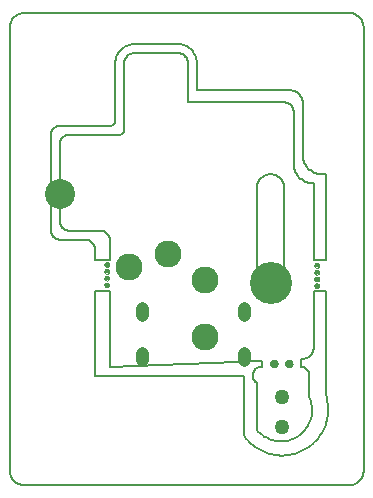
<source format=gbs>
G75*
G70*
%OFA0B0*%
%FSLAX24Y24*%
%IPPOS*%
%LPD*%
%AMOC8*
5,1,8,0,0,1.08239X$1,22.5*
%
%ADD10C,0.0050*%
%ADD11C,0.0000*%
%ADD12C,0.0250*%
%ADD13C,0.0160*%
%ADD14C,0.0004*%
%ADD15C,0.0433*%
%ADD16C,0.0900*%
%ADD17C,0.0500*%
%ADD18C,0.1000*%
%ADD19C,0.1400*%
D10*
X000500Y001000D02*
X000500Y015750D01*
X000502Y015794D01*
X000508Y015837D01*
X000517Y015879D01*
X000530Y015921D01*
X000547Y015961D01*
X000567Y016000D01*
X000590Y016037D01*
X000617Y016071D01*
X000646Y016104D01*
X000679Y016133D01*
X000713Y016160D01*
X000750Y016183D01*
X000789Y016203D01*
X000829Y016220D01*
X000871Y016233D01*
X000913Y016242D01*
X000956Y016248D01*
X001000Y016250D01*
X011800Y016250D01*
X011844Y016248D01*
X011887Y016242D01*
X011929Y016233D01*
X011971Y016220D01*
X012011Y016203D01*
X012050Y016183D01*
X012087Y016160D01*
X012121Y016133D01*
X012154Y016104D01*
X012183Y016071D01*
X012210Y016037D01*
X012233Y016000D01*
X012253Y015961D01*
X012270Y015921D01*
X012283Y015879D01*
X012292Y015837D01*
X012298Y015794D01*
X012300Y015750D01*
X012300Y001000D01*
X012298Y000956D01*
X012292Y000913D01*
X012283Y000871D01*
X012270Y000829D01*
X012253Y000789D01*
X012233Y000750D01*
X012210Y000713D01*
X012183Y000679D01*
X012154Y000646D01*
X012121Y000617D01*
X012087Y000590D01*
X012050Y000567D01*
X012011Y000547D01*
X011971Y000530D01*
X011929Y000517D01*
X011887Y000508D01*
X011844Y000502D01*
X011800Y000500D01*
X001000Y000500D01*
X000956Y000502D01*
X000913Y000508D01*
X000871Y000517D01*
X000829Y000530D01*
X000789Y000547D01*
X000750Y000567D01*
X000713Y000590D01*
X000679Y000617D01*
X000646Y000646D01*
X000617Y000679D01*
X000590Y000713D01*
X000567Y000750D01*
X000547Y000789D01*
X000530Y000829D01*
X000517Y000871D01*
X000508Y000913D01*
X000502Y000956D01*
X000500Y001000D01*
X003336Y004163D02*
X008300Y004163D01*
X008300Y002187D01*
X008750Y002337D02*
X008750Y003912D01*
X008749Y003912D02*
X008721Y003931D01*
X008695Y003952D01*
X008672Y003976D01*
X008652Y004003D01*
X008635Y004032D01*
X008621Y004063D01*
X008611Y004095D01*
X008605Y004128D01*
X008602Y004161D01*
X008603Y004195D01*
X008608Y004228D01*
X008617Y004260D01*
X008629Y004292D01*
X008645Y004321D01*
X008664Y004349D01*
X008686Y004374D01*
X008710Y004397D01*
X008738Y004417D01*
X008767Y004433D01*
X008798Y004446D01*
X008830Y004456D01*
X008863Y004462D01*
X008896Y004464D01*
X008896Y004463D02*
X008896Y004650D01*
X003836Y004463D01*
X003836Y006988D01*
X003336Y006988D01*
X003336Y004163D01*
X003336Y008022D02*
X003836Y008022D01*
X003836Y008715D01*
X003830Y008748D01*
X003821Y008780D01*
X003808Y008811D01*
X003792Y008840D01*
X003774Y008867D01*
X003752Y008893D01*
X003728Y008916D01*
X003702Y008936D01*
X003674Y008954D01*
X003644Y008968D01*
X003613Y008979D01*
X003581Y008987D01*
X003548Y008992D01*
X003515Y008993D01*
X003482Y008991D01*
X003481Y008991D02*
X002487Y008991D01*
X002454Y008993D01*
X002422Y008998D01*
X002390Y009006D01*
X002359Y009018D01*
X002330Y009033D01*
X002302Y009051D01*
X002276Y009072D01*
X002253Y009095D01*
X002232Y009121D01*
X002214Y009148D01*
X002199Y009178D01*
X002187Y009209D01*
X002179Y009241D01*
X002174Y009273D01*
X002172Y009306D01*
X002172Y011879D01*
X001872Y012179D02*
X001874Y012212D01*
X001879Y012244D01*
X001887Y012276D01*
X001899Y012307D01*
X001914Y012336D01*
X001932Y012364D01*
X001953Y012390D01*
X001976Y012413D01*
X002002Y012434D01*
X002030Y012452D01*
X002059Y012467D01*
X002090Y012479D01*
X002122Y012487D01*
X002154Y012492D01*
X002187Y012494D01*
X003877Y012494D01*
X003901Y012499D01*
X003925Y012508D01*
X003946Y012520D01*
X003966Y012535D01*
X003984Y012552D01*
X003999Y012572D01*
X004010Y012594D01*
X004019Y012617D01*
X004024Y012642D01*
X004026Y012666D01*
X004024Y012691D01*
X004024Y014600D01*
X004324Y014600D02*
X004324Y012391D01*
X004326Y012366D01*
X004324Y012342D01*
X004319Y012317D01*
X004310Y012294D01*
X004299Y012272D01*
X004284Y012252D01*
X004266Y012235D01*
X004246Y012220D01*
X004225Y012208D01*
X004201Y012199D01*
X004177Y012194D01*
X002487Y012194D01*
X002454Y012192D01*
X002422Y012187D01*
X002390Y012179D01*
X002359Y012167D01*
X002330Y012152D01*
X002302Y012134D01*
X002276Y012113D01*
X002253Y012090D01*
X002232Y012064D01*
X002214Y012036D01*
X002199Y012007D01*
X002187Y011976D01*
X002179Y011944D01*
X002174Y011912D01*
X002172Y011879D01*
X001872Y012179D02*
X001872Y009006D01*
X001874Y008973D01*
X001879Y008941D01*
X001887Y008909D01*
X001899Y008878D01*
X001914Y008848D01*
X001932Y008821D01*
X001953Y008795D01*
X001976Y008772D01*
X002002Y008751D01*
X002030Y008733D01*
X002059Y008718D01*
X002090Y008706D01*
X002122Y008698D01*
X002154Y008693D01*
X002187Y008691D01*
X002981Y008691D01*
X002982Y008691D02*
X003015Y008693D01*
X003048Y008692D01*
X003081Y008687D01*
X003113Y008679D01*
X003144Y008668D01*
X003174Y008654D01*
X003202Y008636D01*
X003228Y008616D01*
X003252Y008593D01*
X003274Y008567D01*
X003292Y008540D01*
X003308Y008511D01*
X003321Y008480D01*
X003330Y008448D01*
X003336Y008415D01*
X003336Y008022D01*
X006436Y013273D02*
X006436Y014600D01*
X006736Y014600D02*
X006732Y014650D01*
X006724Y014700D01*
X006712Y014749D01*
X006696Y014796D01*
X006677Y014843D01*
X006654Y014888D01*
X006628Y014930D01*
X006599Y014971D01*
X006566Y015009D01*
X006531Y015045D01*
X006492Y015078D01*
X006452Y015107D01*
X006409Y015133D01*
X006364Y015156D01*
X006318Y015175D01*
X006270Y015191D01*
X006221Y015203D01*
X006171Y015211D01*
X006121Y015215D01*
X006071Y015215D01*
X004689Y015215D01*
X004689Y014915D02*
X006071Y014915D01*
X006107Y014916D01*
X006142Y014913D01*
X006177Y014906D01*
X006211Y014896D01*
X006244Y014882D01*
X006276Y014865D01*
X006305Y014844D01*
X006332Y014821D01*
X006356Y014795D01*
X006378Y014767D01*
X006397Y014736D01*
X006412Y014704D01*
X006423Y014670D01*
X006432Y014635D01*
X006436Y014600D01*
X006736Y014600D02*
X006736Y013673D01*
X009855Y013673D01*
X009655Y013273D02*
X006436Y013273D01*
X004689Y015215D02*
X004641Y015215D01*
X004593Y015211D01*
X004546Y015204D01*
X004499Y015193D01*
X004454Y015179D01*
X004409Y015162D01*
X004366Y015141D01*
X004324Y015117D01*
X004285Y015091D01*
X004247Y015061D01*
X004212Y015028D01*
X004180Y014993D01*
X004150Y014956D01*
X004123Y014916D01*
X004099Y014875D01*
X004078Y014832D01*
X004060Y014787D01*
X004046Y014742D01*
X004035Y014695D01*
X004028Y014648D01*
X004024Y014600D01*
X004324Y014600D02*
X004328Y014635D01*
X004337Y014670D01*
X004348Y014704D01*
X004363Y014736D01*
X004382Y014767D01*
X004404Y014795D01*
X004428Y014821D01*
X004455Y014844D01*
X004484Y014865D01*
X004516Y014882D01*
X004549Y014896D01*
X004583Y014906D01*
X004618Y014913D01*
X004653Y014916D01*
X004689Y014915D01*
X008741Y010413D02*
X008741Y007703D01*
X008743Y007662D01*
X008748Y007622D01*
X008757Y007582D01*
X008770Y007543D01*
X008786Y007506D01*
X008805Y007470D01*
X008828Y007436D01*
X008853Y007404D01*
X008882Y007374D01*
X008912Y007347D01*
X008945Y007323D01*
X008980Y007302D01*
X009017Y007285D01*
X009055Y007270D01*
X009095Y007259D01*
X009135Y007252D01*
X009176Y007248D01*
X009216Y007248D01*
X009257Y007252D01*
X009297Y007259D01*
X009337Y007270D01*
X009375Y007285D01*
X009412Y007302D01*
X009447Y007323D01*
X009480Y007347D01*
X009510Y007374D01*
X009539Y007404D01*
X009564Y007436D01*
X009587Y007470D01*
X009606Y007506D01*
X009622Y007543D01*
X009635Y007582D01*
X009644Y007622D01*
X009649Y007662D01*
X009651Y007703D01*
X009651Y010413D01*
X009649Y010454D01*
X009644Y010494D01*
X009635Y010534D01*
X009622Y010573D01*
X009606Y010610D01*
X009587Y010646D01*
X009564Y010680D01*
X009539Y010712D01*
X009510Y010742D01*
X009480Y010769D01*
X009447Y010793D01*
X009412Y010814D01*
X009375Y010831D01*
X009337Y010846D01*
X009297Y010857D01*
X009257Y010864D01*
X009216Y010868D01*
X009176Y010868D01*
X009135Y010864D01*
X009095Y010857D01*
X009055Y010846D01*
X009017Y010831D01*
X008980Y010814D01*
X008945Y010793D01*
X008912Y010769D01*
X008882Y010742D01*
X008853Y010712D01*
X008828Y010680D01*
X008805Y010646D01*
X008786Y010610D01*
X008770Y010573D01*
X008757Y010534D01*
X008748Y010494D01*
X008743Y010454D01*
X008741Y010413D01*
X009970Y011199D02*
X009970Y012919D01*
X010270Y013218D02*
X010270Y013258D01*
X010266Y013299D01*
X010258Y013338D01*
X010247Y013377D01*
X010233Y013414D01*
X010215Y013450D01*
X010194Y013484D01*
X010169Y013516D01*
X010142Y013546D01*
X010113Y013573D01*
X010080Y013597D01*
X010046Y013618D01*
X010010Y013636D01*
X009973Y013651D01*
X009934Y013662D01*
X009895Y013669D01*
X009855Y013673D01*
X010270Y013219D02*
X010270Y011499D01*
X009970Y011199D02*
X009974Y011151D01*
X009980Y011103D01*
X009991Y011055D01*
X010005Y011009D01*
X010022Y010963D01*
X010043Y010919D01*
X010067Y010877D01*
X010094Y010837D01*
X010124Y010799D01*
X010157Y010763D01*
X010193Y010729D01*
X010230Y010699D01*
X010270Y010671D01*
X010312Y010646D01*
X010356Y010625D01*
X010401Y010607D01*
X010447Y010592D01*
X010495Y010581D01*
X010543Y010574D01*
X010591Y010570D01*
X010640Y010569D01*
X010639Y010569D02*
X010639Y008022D01*
X011039Y008022D01*
X011039Y010869D01*
X010939Y010869D01*
X010940Y010869D02*
X010891Y010870D01*
X010843Y010874D01*
X010795Y010881D01*
X010747Y010892D01*
X010701Y010907D01*
X010656Y010925D01*
X010612Y010946D01*
X010570Y010971D01*
X010530Y010999D01*
X010493Y011029D01*
X010457Y011063D01*
X010424Y011099D01*
X010394Y011137D01*
X010367Y011177D01*
X010343Y011219D01*
X010322Y011263D01*
X010305Y011309D01*
X010291Y011355D01*
X010280Y011403D01*
X010274Y011451D01*
X010270Y011499D01*
X009969Y012918D02*
X009970Y012953D01*
X009966Y012988D01*
X009959Y013023D01*
X009949Y013056D01*
X009934Y013088D01*
X009917Y013119D01*
X009897Y013147D01*
X009873Y013173D01*
X009847Y013197D01*
X009819Y013218D01*
X009789Y013236D01*
X009757Y013250D01*
X009724Y013261D01*
X009690Y013269D01*
X009655Y013272D01*
X010639Y006988D02*
X011039Y006988D01*
X011039Y003511D01*
X010482Y003440D02*
X010482Y004148D01*
X010483Y004181D01*
X010480Y004213D01*
X010474Y004245D01*
X010464Y004276D01*
X010451Y004306D01*
X010434Y004334D01*
X010415Y004360D01*
X010392Y004384D01*
X010367Y004405D01*
X010340Y004423D01*
X010311Y004438D01*
X010281Y004450D01*
X010249Y004458D01*
X010217Y004463D01*
X010217Y004718D01*
X010246Y004718D01*
X010246Y004717D02*
X010285Y004719D01*
X010323Y004725D01*
X010360Y004734D01*
X010397Y004747D01*
X010432Y004764D01*
X010465Y004783D01*
X010496Y004806D01*
X010525Y004832D01*
X010551Y004861D01*
X010574Y004892D01*
X010593Y004925D01*
X010610Y004960D01*
X010623Y004997D01*
X010632Y005034D01*
X010638Y005072D01*
X010640Y005111D01*
X010639Y005111D02*
X010639Y006988D01*
X011039Y003512D02*
X011062Y003438D01*
X011081Y003362D01*
X011095Y003286D01*
X011106Y003209D01*
X011114Y003132D01*
X011117Y003055D01*
X011116Y002977D01*
X011111Y002900D01*
X011103Y002823D01*
X011091Y002746D01*
X011074Y002670D01*
X011054Y002595D01*
X011030Y002522D01*
X011003Y002449D01*
X010972Y002378D01*
X010937Y002309D01*
X010899Y002241D01*
X010857Y002176D01*
X010813Y002112D01*
X010765Y002052D01*
X010714Y001993D01*
X010660Y001937D01*
X010603Y001884D01*
X010544Y001834D01*
X010483Y001787D01*
X010419Y001743D01*
X010353Y001702D01*
X010285Y001665D01*
X010215Y001631D01*
X010143Y001601D01*
X010070Y001575D01*
X009996Y001552D01*
X009921Y001533D01*
X009845Y001518D01*
X009768Y001506D01*
X009691Y001499D01*
X009614Y001495D01*
X009536Y001496D01*
X009459Y001500D01*
X009382Y001508D01*
X009305Y001520D01*
X009229Y001536D01*
X009154Y001556D01*
X009080Y001579D01*
X009008Y001606D01*
X008937Y001637D01*
X008867Y001672D01*
X008799Y001710D01*
X008734Y001751D01*
X008670Y001795D01*
X008609Y001843D01*
X008550Y001893D01*
X008494Y001947D01*
X008441Y002003D01*
X008390Y002062D01*
X008343Y002124D01*
X008299Y002187D01*
X008749Y002337D02*
X008791Y002290D01*
X008836Y002245D01*
X008884Y002204D01*
X008934Y002165D01*
X008987Y002129D01*
X009041Y002097D01*
X009098Y002068D01*
X009156Y002042D01*
X009215Y002020D01*
X009276Y002002D01*
X009338Y001987D01*
X009401Y001977D01*
X009464Y001970D01*
X009527Y001967D01*
X009591Y001968D01*
X009654Y001973D01*
X009717Y001982D01*
X009779Y001994D01*
X009840Y002011D01*
X009900Y002031D01*
X009959Y002054D01*
X010017Y002082D01*
X010072Y002112D01*
X010126Y002146D01*
X010177Y002184D01*
X010226Y002224D01*
X010272Y002267D01*
X010316Y002313D01*
X010357Y002362D01*
X010395Y002413D01*
X010429Y002466D01*
X010460Y002522D01*
X010488Y002579D01*
X010512Y002637D01*
X010533Y002697D01*
X010550Y002759D01*
X010563Y002821D01*
X010572Y002883D01*
X010577Y002947D01*
X010579Y003010D01*
X010577Y003074D01*
X010570Y003137D01*
X010560Y003199D01*
X010546Y003261D01*
X010529Y003322D01*
X010507Y003382D01*
X010482Y003440D01*
D11*
X009680Y004563D02*
X009682Y004585D01*
X009688Y004606D01*
X009697Y004625D01*
X009709Y004643D01*
X009725Y004659D01*
X009742Y004671D01*
X009762Y004680D01*
X009783Y004686D01*
X009805Y004688D01*
X009827Y004686D01*
X009848Y004680D01*
X009867Y004671D01*
X009885Y004659D01*
X009901Y004643D01*
X009913Y004625D01*
X009922Y004606D01*
X009928Y004585D01*
X009930Y004563D01*
X009928Y004541D01*
X009922Y004520D01*
X009913Y004501D01*
X009901Y004483D01*
X009885Y004467D01*
X009868Y004455D01*
X009848Y004446D01*
X009827Y004440D01*
X009805Y004438D01*
X009783Y004440D01*
X009762Y004446D01*
X009742Y004455D01*
X009725Y004467D01*
X009709Y004483D01*
X009697Y004500D01*
X009688Y004520D01*
X009682Y004541D01*
X009680Y004563D01*
X009185Y004563D02*
X009187Y004585D01*
X009193Y004606D01*
X009202Y004625D01*
X009214Y004643D01*
X009230Y004659D01*
X009247Y004671D01*
X009267Y004680D01*
X009288Y004686D01*
X009310Y004688D01*
X009332Y004686D01*
X009353Y004680D01*
X009372Y004671D01*
X009390Y004659D01*
X009406Y004643D01*
X009418Y004625D01*
X009427Y004606D01*
X009433Y004585D01*
X009435Y004563D01*
X009433Y004541D01*
X009427Y004520D01*
X009418Y004501D01*
X009406Y004483D01*
X009390Y004467D01*
X009373Y004455D01*
X009353Y004446D01*
X009332Y004440D01*
X009310Y004438D01*
X009288Y004440D01*
X009267Y004446D01*
X009247Y004455D01*
X009230Y004467D01*
X009214Y004483D01*
X009202Y004500D01*
X009193Y004520D01*
X009187Y004541D01*
X009185Y004563D01*
X010659Y007155D02*
X010661Y007172D01*
X010666Y007189D01*
X010675Y007203D01*
X010687Y007216D01*
X010702Y007226D01*
X010718Y007232D01*
X010735Y007235D01*
X010752Y007234D01*
X010769Y007229D01*
X010784Y007221D01*
X010797Y007210D01*
X010808Y007196D01*
X010815Y007181D01*
X010819Y007164D01*
X010819Y007146D01*
X010815Y007129D01*
X010808Y007114D01*
X010797Y007100D01*
X010784Y007089D01*
X010769Y007081D01*
X010752Y007076D01*
X010735Y007075D01*
X010718Y007078D01*
X010702Y007084D01*
X010687Y007094D01*
X010675Y007107D01*
X010666Y007121D01*
X010661Y007138D01*
X010659Y007155D01*
X010659Y007380D02*
X010661Y007397D01*
X010666Y007414D01*
X010675Y007428D01*
X010687Y007441D01*
X010702Y007451D01*
X010718Y007457D01*
X010735Y007460D01*
X010752Y007459D01*
X010769Y007454D01*
X010784Y007446D01*
X010797Y007435D01*
X010808Y007421D01*
X010815Y007406D01*
X010819Y007389D01*
X010819Y007371D01*
X010815Y007354D01*
X010808Y007339D01*
X010797Y007325D01*
X010784Y007314D01*
X010769Y007306D01*
X010752Y007301D01*
X010735Y007300D01*
X010718Y007303D01*
X010702Y007309D01*
X010687Y007319D01*
X010675Y007332D01*
X010666Y007346D01*
X010661Y007363D01*
X010659Y007380D01*
X010659Y007605D02*
X010661Y007622D01*
X010666Y007639D01*
X010675Y007653D01*
X010687Y007666D01*
X010702Y007676D01*
X010718Y007682D01*
X010735Y007685D01*
X010752Y007684D01*
X010769Y007679D01*
X010784Y007671D01*
X010797Y007660D01*
X010808Y007646D01*
X010815Y007631D01*
X010819Y007614D01*
X010819Y007596D01*
X010815Y007579D01*
X010808Y007564D01*
X010797Y007550D01*
X010784Y007539D01*
X010769Y007531D01*
X010752Y007526D01*
X010735Y007525D01*
X010718Y007528D01*
X010702Y007534D01*
X010687Y007544D01*
X010675Y007557D01*
X010666Y007571D01*
X010661Y007588D01*
X010659Y007605D01*
X010659Y007830D02*
X010661Y007847D01*
X010666Y007864D01*
X010675Y007878D01*
X010687Y007891D01*
X010702Y007901D01*
X010718Y007907D01*
X010735Y007910D01*
X010752Y007909D01*
X010769Y007904D01*
X010784Y007896D01*
X010797Y007885D01*
X010808Y007871D01*
X010815Y007856D01*
X010819Y007839D01*
X010819Y007821D01*
X010815Y007804D01*
X010808Y007789D01*
X010797Y007775D01*
X010784Y007764D01*
X010769Y007756D01*
X010752Y007751D01*
X010735Y007750D01*
X010718Y007753D01*
X010702Y007759D01*
X010687Y007769D01*
X010675Y007782D01*
X010666Y007796D01*
X010661Y007813D01*
X010659Y007830D01*
X003656Y007858D02*
X003658Y007875D01*
X003663Y007892D01*
X003672Y007906D01*
X003684Y007919D01*
X003699Y007929D01*
X003715Y007935D01*
X003732Y007938D01*
X003749Y007937D01*
X003766Y007932D01*
X003781Y007924D01*
X003794Y007913D01*
X003805Y007899D01*
X003812Y007884D01*
X003816Y007867D01*
X003816Y007849D01*
X003812Y007832D01*
X003805Y007817D01*
X003794Y007803D01*
X003781Y007792D01*
X003766Y007784D01*
X003749Y007779D01*
X003732Y007778D01*
X003715Y007781D01*
X003699Y007787D01*
X003684Y007797D01*
X003672Y007810D01*
X003663Y007824D01*
X003658Y007841D01*
X003656Y007858D01*
X003656Y007633D02*
X003658Y007650D01*
X003663Y007667D01*
X003672Y007681D01*
X003684Y007694D01*
X003699Y007704D01*
X003715Y007710D01*
X003732Y007713D01*
X003749Y007712D01*
X003766Y007707D01*
X003781Y007699D01*
X003794Y007688D01*
X003805Y007674D01*
X003812Y007659D01*
X003816Y007642D01*
X003816Y007624D01*
X003812Y007607D01*
X003805Y007592D01*
X003794Y007578D01*
X003781Y007567D01*
X003766Y007559D01*
X003749Y007554D01*
X003732Y007553D01*
X003715Y007556D01*
X003699Y007562D01*
X003684Y007572D01*
X003672Y007585D01*
X003663Y007599D01*
X003658Y007616D01*
X003656Y007633D01*
X003656Y007408D02*
X003658Y007425D01*
X003663Y007442D01*
X003672Y007456D01*
X003684Y007469D01*
X003699Y007479D01*
X003715Y007485D01*
X003732Y007488D01*
X003749Y007487D01*
X003766Y007482D01*
X003781Y007474D01*
X003794Y007463D01*
X003805Y007449D01*
X003812Y007434D01*
X003816Y007417D01*
X003816Y007399D01*
X003812Y007382D01*
X003805Y007367D01*
X003794Y007353D01*
X003781Y007342D01*
X003766Y007334D01*
X003749Y007329D01*
X003732Y007328D01*
X003715Y007331D01*
X003699Y007337D01*
X003684Y007347D01*
X003672Y007360D01*
X003663Y007374D01*
X003658Y007391D01*
X003656Y007408D01*
X003656Y007183D02*
X003658Y007200D01*
X003663Y007217D01*
X003672Y007231D01*
X003684Y007244D01*
X003699Y007254D01*
X003715Y007260D01*
X003732Y007263D01*
X003749Y007262D01*
X003766Y007257D01*
X003781Y007249D01*
X003794Y007238D01*
X003805Y007224D01*
X003812Y007209D01*
X003816Y007192D01*
X003816Y007174D01*
X003812Y007157D01*
X003805Y007142D01*
X003794Y007128D01*
X003781Y007117D01*
X003766Y007109D01*
X003749Y007104D01*
X003732Y007103D01*
X003715Y007106D01*
X003699Y007112D01*
X003684Y007122D01*
X003672Y007135D01*
X003663Y007149D01*
X003658Y007166D01*
X003656Y007183D01*
D12*
X009310Y004563D03*
X009805Y004563D03*
D13*
X010739Y007155D03*
X010739Y007380D03*
X010739Y007605D03*
X010739Y007830D03*
X003736Y007858D03*
X003736Y007633D03*
X003736Y007408D03*
X003736Y007183D03*
D14*
X004810Y006417D02*
X004810Y006173D01*
X004812Y006153D01*
X004817Y006134D01*
X004826Y006116D01*
X004838Y006100D01*
X004853Y006087D01*
X004870Y006076D01*
X004888Y006069D01*
X004908Y006065D01*
X004928Y006065D01*
X004948Y006069D01*
X004966Y006076D01*
X004983Y006087D01*
X004998Y006100D01*
X005010Y006116D01*
X005019Y006134D01*
X005024Y006153D01*
X005026Y006173D01*
X005026Y006417D01*
X005024Y006437D01*
X005019Y006456D01*
X005010Y006474D01*
X004998Y006490D01*
X004983Y006503D01*
X004966Y006514D01*
X004948Y006521D01*
X004928Y006525D01*
X004908Y006525D01*
X004888Y006521D01*
X004870Y006514D01*
X004853Y006503D01*
X004838Y006490D01*
X004826Y006474D01*
X004817Y006456D01*
X004812Y006437D01*
X004810Y006417D01*
X004810Y004921D02*
X004810Y004677D01*
X004812Y004657D01*
X004817Y004638D01*
X004826Y004620D01*
X004838Y004604D01*
X004853Y004591D01*
X004870Y004580D01*
X004888Y004573D01*
X004908Y004569D01*
X004928Y004569D01*
X004948Y004573D01*
X004966Y004580D01*
X004983Y004591D01*
X004998Y004604D01*
X005010Y004620D01*
X005019Y004638D01*
X005024Y004657D01*
X005026Y004677D01*
X005026Y004921D01*
X005024Y004941D01*
X005019Y004960D01*
X005010Y004978D01*
X004998Y004994D01*
X004983Y005007D01*
X004966Y005018D01*
X004948Y005025D01*
X004928Y005029D01*
X004908Y005029D01*
X004888Y005025D01*
X004870Y005018D01*
X004853Y005007D01*
X004838Y004994D01*
X004826Y004978D01*
X004817Y004960D01*
X004812Y004941D01*
X004810Y004921D01*
X008211Y004921D02*
X008211Y004677D01*
X008212Y004677D02*
X008214Y004657D01*
X008219Y004638D01*
X008228Y004620D01*
X008240Y004604D01*
X008255Y004591D01*
X008272Y004580D01*
X008290Y004573D01*
X008310Y004569D01*
X008330Y004569D01*
X008350Y004573D01*
X008368Y004580D01*
X008385Y004591D01*
X008400Y004604D01*
X008412Y004620D01*
X008421Y004638D01*
X008426Y004657D01*
X008428Y004677D01*
X008428Y004921D01*
X008426Y004941D01*
X008421Y004960D01*
X008412Y004978D01*
X008400Y004994D01*
X008385Y005007D01*
X008368Y005018D01*
X008350Y005025D01*
X008330Y005029D01*
X008310Y005029D01*
X008290Y005025D01*
X008272Y005018D01*
X008255Y005007D01*
X008240Y004994D01*
X008228Y004978D01*
X008219Y004960D01*
X008214Y004941D01*
X008212Y004921D01*
X008211Y006173D02*
X008211Y006417D01*
X008212Y006417D02*
X008214Y006437D01*
X008219Y006456D01*
X008228Y006474D01*
X008240Y006490D01*
X008255Y006503D01*
X008272Y006514D01*
X008290Y006521D01*
X008310Y006525D01*
X008330Y006525D01*
X008350Y006521D01*
X008368Y006514D01*
X008385Y006503D01*
X008400Y006490D01*
X008412Y006474D01*
X008421Y006456D01*
X008426Y006437D01*
X008428Y006417D01*
X008428Y006173D01*
X008426Y006153D01*
X008421Y006134D01*
X008412Y006116D01*
X008400Y006100D01*
X008385Y006087D01*
X008368Y006076D01*
X008350Y006069D01*
X008330Y006065D01*
X008310Y006065D01*
X008290Y006069D01*
X008272Y006076D01*
X008255Y006087D01*
X008240Y006100D01*
X008228Y006116D01*
X008219Y006134D01*
X008214Y006153D01*
X008212Y006173D01*
D15*
X008320Y006175D02*
X008320Y006175D01*
X008320Y006411D01*
X008320Y006411D01*
X008320Y006175D01*
X008320Y004679D02*
X008320Y004679D01*
X008320Y004915D01*
X008320Y004915D01*
X008320Y004679D01*
X004918Y004679D02*
X004918Y004679D01*
X004918Y004915D01*
X004918Y004915D01*
X004918Y004679D01*
X004918Y006175D02*
X004918Y006175D01*
X004918Y006411D01*
X004918Y006411D01*
X004918Y006175D01*
D16*
X004480Y007793D03*
X005780Y008213D03*
X007010Y007333D03*
X007010Y005433D03*
D17*
X009570Y003463D03*
X009570Y002463D03*
D18*
X002182Y010213D03*
D19*
X009197Y007253D03*
M02*

</source>
